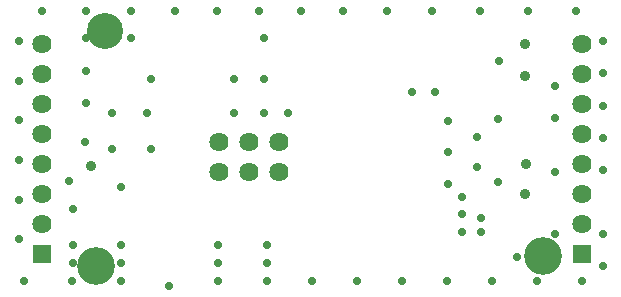
<source format=gbs>
%FSLAX25Y25*%
%MOIN*%
G70*
G01*
G75*
G04 Layer_Color=16711935*
%ADD10C,0.00500*%
%ADD11R,0.04500X0.05000*%
%ADD12R,0.03500X0.03200*%
%ADD13R,0.00984X0.02165*%
%ADD14R,0.03200X0.03000*%
%ADD15R,0.03200X0.03500*%
%ADD16C,0.01500*%
%ADD17C,0.02000*%
%ADD18C,0.01000*%
%ADD19R,0.06000X0.06000*%
%ADD20C,0.06000*%
%ADD21C,0.03937*%
%ADD22C,0.04000*%
%ADD23C,0.02400*%
%ADD24C,0.03200*%
%ADD25C,0.01200*%
%ADD26C,0.03000*%
%ADD27C,0.00400*%
%ADD28C,0.00200*%
%ADD29C,0.00800*%
%ADD30R,0.04900X0.05400*%
%ADD31R,0.03900X0.03600*%
%ADD32R,0.01384X0.02565*%
%ADD33R,0.03600X0.03400*%
%ADD34R,0.03600X0.03900*%
%ADD35R,0.06400X0.06400*%
%ADD36C,0.06400*%
%ADD37C,0.12598*%
%ADD38C,0.12000*%
%ADD39C,0.02800*%
%ADD40C,0.03600*%
D35*
X290000Y114000D02*
D03*
X110000D02*
D03*
D36*
X290000Y124000D02*
D03*
Y134000D02*
D03*
Y144000D02*
D03*
Y154000D02*
D03*
Y164000D02*
D03*
Y174000D02*
D03*
Y184000D02*
D03*
X110000Y124000D02*
D03*
Y134000D02*
D03*
Y144000D02*
D03*
Y154000D02*
D03*
Y164000D02*
D03*
Y174000D02*
D03*
Y184000D02*
D03*
X189000Y151500D02*
D03*
Y141500D02*
D03*
X179000Y151500D02*
D03*
Y141500D02*
D03*
X169000Y151500D02*
D03*
Y141500D02*
D03*
D37*
X128000Y110000D02*
D03*
X277000Y113500D02*
D03*
D38*
X131000Y188500D02*
D03*
D39*
X281000Y141500D02*
D03*
Y170000D02*
D03*
Y159500D02*
D03*
X262500Y178500D02*
D03*
X262000Y159000D02*
D03*
Y138000D02*
D03*
X255000Y143000D02*
D03*
Y153000D02*
D03*
X256500Y121500D02*
D03*
Y126000D02*
D03*
X250000Y121500D02*
D03*
Y127250D02*
D03*
Y133000D02*
D03*
X245500Y137500D02*
D03*
Y148000D02*
D03*
Y158500D02*
D03*
X281000Y120714D02*
D03*
X268500Y113000D02*
D03*
X233500Y168000D02*
D03*
X241000D02*
D03*
X136625Y117000D02*
D03*
X120500D02*
D03*
X240000Y195000D02*
D03*
X225250D02*
D03*
X210500D02*
D03*
X110000D02*
D03*
X124833D02*
D03*
X139667D02*
D03*
X154500D02*
D03*
X168500D02*
D03*
X182500D02*
D03*
X196500D02*
D03*
X256000D02*
D03*
X272000D02*
D03*
X288000D02*
D03*
X297000Y185000D02*
D03*
Y174286D02*
D03*
Y163571D02*
D03*
Y152857D02*
D03*
Y120714D02*
D03*
Y110000D02*
D03*
X290000Y105000D02*
D03*
X275000D02*
D03*
X260000D02*
D03*
X245000D02*
D03*
X230000D02*
D03*
X215000D02*
D03*
X200000D02*
D03*
X102500Y185000D02*
D03*
Y171800D02*
D03*
Y158600D02*
D03*
Y145400D02*
D03*
Y132200D02*
D03*
Y119000D02*
D03*
X104000Y105000D02*
D03*
X120200D02*
D03*
X136400D02*
D03*
X152500Y103500D02*
D03*
X168800Y105000D02*
D03*
X185000D02*
D03*
X168800Y111000D02*
D03*
X168875Y117000D02*
D03*
X185000D02*
D03*
Y111000D02*
D03*
X297000Y142143D02*
D03*
X120500Y111000D02*
D03*
X136500D02*
D03*
X124833Y186000D02*
D03*
Y175000D02*
D03*
Y164500D02*
D03*
X139667Y186000D02*
D03*
X184000D02*
D03*
X146500Y172500D02*
D03*
X145000Y161000D02*
D03*
X146500Y149000D02*
D03*
X133500Y161000D02*
D03*
Y149000D02*
D03*
X136500Y136500D02*
D03*
X124500Y151500D02*
D03*
X119000Y138500D02*
D03*
X120500Y129000D02*
D03*
X174000Y172500D02*
D03*
X184167D02*
D03*
X174000Y161000D02*
D03*
X184167D02*
D03*
X192000D02*
D03*
D40*
X271500Y144000D02*
D03*
X271000Y134000D02*
D03*
Y184000D02*
D03*
Y173500D02*
D03*
X126497Y143500D02*
D03*
M02*

</source>
